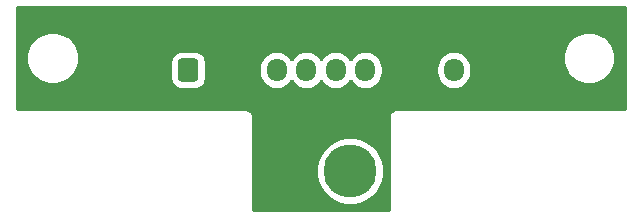
<source format=gbr>
%TF.GenerationSoftware,KiCad,Pcbnew,5.1.7-a382d34a8~88~ubuntu18.04.1*%
%TF.CreationDate,2021-01-07T11:27:00-05:00*%
%TF.ProjectId,DJI_to_xt30,444a495f-746f-45f7-9874-33302e6b6963,rev?*%
%TF.SameCoordinates,Original*%
%TF.FileFunction,Copper,L2,Bot*%
%TF.FilePolarity,Positive*%
%FSLAX46Y46*%
G04 Gerber Fmt 4.6, Leading zero omitted, Abs format (unit mm)*
G04 Created by KiCad (PCBNEW 5.1.7-a382d34a8~88~ubuntu18.04.1) date 2021-01-07 11:27:00*
%MOMM*%
%LPD*%
G01*
G04 APERTURE LIST*
%TA.AperFunction,ComponentPad*%
%ADD10C,4.500000*%
%TD*%
%TA.AperFunction,ComponentPad*%
%ADD11O,1.700000X1.950000*%
%TD*%
%TA.AperFunction,Conductor*%
%ADD12C,0.254000*%
%TD*%
%TA.AperFunction,Conductor*%
%ADD13C,0.100000*%
%TD*%
G04 APERTURE END LIST*
D10*
%TO.P,J2,1*%
%TO.N,GND*%
X23890000Y-14570000D03*
%TO.P,J2,2*%
%TO.N,+BATT*%
X28890000Y-14570000D03*
%TD*%
D11*
%TO.P,J1,10*%
%TO.N,Net-(J1-Pad10)*%
X37660500Y-6020000D03*
%TO.P,J1,9*%
%TO.N,GND*%
X35160500Y-6020000D03*
%TO.P,J1,8*%
X32660500Y-6020000D03*
%TO.P,J1,7*%
%TO.N,+BATT*%
X30160500Y-6020000D03*
%TO.P,J1,6*%
X27660500Y-6020000D03*
%TO.P,J1,5*%
X25160500Y-6020000D03*
%TO.P,J1,4*%
X22660500Y-6020000D03*
%TO.P,J1,3*%
%TO.N,GND*%
X20160500Y-6020000D03*
%TO.P,J1,2*%
X17660500Y-6020000D03*
%TO.P,J1,1*%
%TO.N,Net-(J1-Pad1)*%
%TA.AperFunction,ComponentPad*%
G36*
G01*
X14310500Y-6745000D02*
X14310500Y-5295000D01*
G75*
G02*
X14560500Y-5045000I250000J0D01*
G01*
X15760500Y-5045000D01*
G75*
G02*
X16010500Y-5295000I0J-250000D01*
G01*
X16010500Y-6745000D01*
G75*
G02*
X15760500Y-6995000I-250000J0D01*
G01*
X14560500Y-6995000D01*
G75*
G02*
X14310500Y-6745000I0J250000D01*
G01*
G37*
%TD.AperFunction*%
%TD*%
D12*
%TO.N,GND*%
X52140001Y-9340000D02*
X32832419Y-9340000D01*
X32800000Y-9336807D01*
X32767581Y-9340000D01*
X32670617Y-9349550D01*
X32546207Y-9387290D01*
X32431550Y-9448575D01*
X32331052Y-9531052D01*
X32248575Y-9631550D01*
X32187290Y-9746207D01*
X32149550Y-9870617D01*
X32136807Y-10000000D01*
X32140000Y-10032419D01*
X32140001Y-17900000D01*
X20660000Y-17900000D01*
X20660000Y-14285852D01*
X26005000Y-14285852D01*
X26005000Y-14854148D01*
X26115869Y-15411523D01*
X26333346Y-15936560D01*
X26649074Y-16409080D01*
X27050920Y-16810926D01*
X27523440Y-17126654D01*
X28048477Y-17344131D01*
X28605852Y-17455000D01*
X29174148Y-17455000D01*
X29731523Y-17344131D01*
X30256560Y-17126654D01*
X30729080Y-16810926D01*
X31130926Y-16409080D01*
X31446654Y-15936560D01*
X31664131Y-15411523D01*
X31775000Y-14854148D01*
X31775000Y-14285852D01*
X31664131Y-13728477D01*
X31446654Y-13203440D01*
X31130926Y-12730920D01*
X30729080Y-12329074D01*
X30256560Y-12013346D01*
X29731523Y-11795869D01*
X29174148Y-11685000D01*
X28605852Y-11685000D01*
X28048477Y-11795869D01*
X27523440Y-12013346D01*
X27050920Y-12329074D01*
X26649074Y-12730920D01*
X26333346Y-13203440D01*
X26115869Y-13728477D01*
X26005000Y-14285852D01*
X20660000Y-14285852D01*
X20660000Y-10032419D01*
X20663193Y-10000000D01*
X20650450Y-9870617D01*
X20612710Y-9746207D01*
X20551425Y-9631550D01*
X20468948Y-9531052D01*
X20368450Y-9448575D01*
X20253793Y-9387290D01*
X20129383Y-9349550D01*
X20032419Y-9340000D01*
X20000000Y-9336807D01*
X19967581Y-9340000D01*
X660000Y-9340000D01*
X660000Y-4779872D01*
X1465000Y-4779872D01*
X1465000Y-5220128D01*
X1550890Y-5651925D01*
X1719369Y-6058669D01*
X1963962Y-6424729D01*
X2275271Y-6736038D01*
X2641331Y-6980631D01*
X3048075Y-7149110D01*
X3479872Y-7235000D01*
X3920128Y-7235000D01*
X4351925Y-7149110D01*
X4758669Y-6980631D01*
X5124729Y-6736038D01*
X5436038Y-6424729D01*
X5680631Y-6058669D01*
X5849110Y-5651925D01*
X5920106Y-5295000D01*
X13672428Y-5295000D01*
X13672428Y-6745000D01*
X13689492Y-6918254D01*
X13740028Y-7084850D01*
X13822095Y-7238386D01*
X13932538Y-7372962D01*
X14067114Y-7483405D01*
X14220650Y-7565472D01*
X14387246Y-7616008D01*
X14560500Y-7633072D01*
X15760500Y-7633072D01*
X15933754Y-7616008D01*
X16100350Y-7565472D01*
X16253886Y-7483405D01*
X16388462Y-7372962D01*
X16498905Y-7238386D01*
X16580972Y-7084850D01*
X16631508Y-6918254D01*
X16648572Y-6745000D01*
X16648572Y-5822051D01*
X21175500Y-5822051D01*
X21175500Y-6217950D01*
X21196987Y-6436111D01*
X21281901Y-6716034D01*
X21419794Y-6974014D01*
X21605366Y-7200134D01*
X21831487Y-7385706D01*
X22089467Y-7523599D01*
X22369390Y-7608513D01*
X22660500Y-7637185D01*
X22951611Y-7608513D01*
X23231534Y-7523599D01*
X23489514Y-7385706D01*
X23715634Y-7200134D01*
X23901206Y-6974014D01*
X23910500Y-6956626D01*
X23919794Y-6974014D01*
X24105366Y-7200134D01*
X24331487Y-7385706D01*
X24589467Y-7523599D01*
X24869390Y-7608513D01*
X25160500Y-7637185D01*
X25451611Y-7608513D01*
X25731534Y-7523599D01*
X25989514Y-7385706D01*
X26215634Y-7200134D01*
X26401206Y-6974014D01*
X26410500Y-6956626D01*
X26419794Y-6974014D01*
X26605366Y-7200134D01*
X26831487Y-7385706D01*
X27089467Y-7523599D01*
X27369390Y-7608513D01*
X27660500Y-7637185D01*
X27951611Y-7608513D01*
X28231534Y-7523599D01*
X28489514Y-7385706D01*
X28715634Y-7200134D01*
X28901206Y-6974014D01*
X28910500Y-6956626D01*
X28919794Y-6974014D01*
X29105366Y-7200134D01*
X29331487Y-7385706D01*
X29589467Y-7523599D01*
X29869390Y-7608513D01*
X30160500Y-7637185D01*
X30451611Y-7608513D01*
X30731534Y-7523599D01*
X30989514Y-7385706D01*
X31215634Y-7200134D01*
X31401206Y-6974014D01*
X31539099Y-6716033D01*
X31624013Y-6436110D01*
X31645500Y-6217949D01*
X31645500Y-5822051D01*
X36175500Y-5822051D01*
X36175500Y-6217950D01*
X36196987Y-6436111D01*
X36281901Y-6716034D01*
X36419794Y-6974014D01*
X36605366Y-7200134D01*
X36831487Y-7385706D01*
X37089467Y-7523599D01*
X37369390Y-7608513D01*
X37660500Y-7637185D01*
X37951611Y-7608513D01*
X38231534Y-7523599D01*
X38489514Y-7385706D01*
X38715634Y-7200134D01*
X38901206Y-6974014D01*
X39039099Y-6716033D01*
X39124013Y-6436110D01*
X39145500Y-6217949D01*
X39145500Y-5822050D01*
X39124013Y-5603889D01*
X39039099Y-5323966D01*
X38901206Y-5065986D01*
X38715634Y-4839866D01*
X38642531Y-4779872D01*
X46865000Y-4779872D01*
X46865000Y-5220128D01*
X46950890Y-5651925D01*
X47119369Y-6058669D01*
X47363962Y-6424729D01*
X47675271Y-6736038D01*
X48041331Y-6980631D01*
X48448075Y-7149110D01*
X48879872Y-7235000D01*
X49320128Y-7235000D01*
X49751925Y-7149110D01*
X50158669Y-6980631D01*
X50524729Y-6736038D01*
X50836038Y-6424729D01*
X51080631Y-6058669D01*
X51249110Y-5651925D01*
X51335000Y-5220128D01*
X51335000Y-4779872D01*
X51249110Y-4348075D01*
X51080631Y-3941331D01*
X50836038Y-3575271D01*
X50524729Y-3263962D01*
X50158669Y-3019369D01*
X49751925Y-2850890D01*
X49320128Y-2765000D01*
X48879872Y-2765000D01*
X48448075Y-2850890D01*
X48041331Y-3019369D01*
X47675271Y-3263962D01*
X47363962Y-3575271D01*
X47119369Y-3941331D01*
X46950890Y-4348075D01*
X46865000Y-4779872D01*
X38642531Y-4779872D01*
X38489513Y-4654294D01*
X38231533Y-4516401D01*
X37951610Y-4431487D01*
X37660500Y-4402815D01*
X37369389Y-4431487D01*
X37089466Y-4516401D01*
X36831486Y-4654294D01*
X36605366Y-4839866D01*
X36419794Y-5065987D01*
X36281901Y-5323967D01*
X36196987Y-5603890D01*
X36175500Y-5822051D01*
X31645500Y-5822051D01*
X31645500Y-5822050D01*
X31624013Y-5603889D01*
X31539099Y-5323966D01*
X31401206Y-5065986D01*
X31215634Y-4839866D01*
X30989513Y-4654294D01*
X30731533Y-4516401D01*
X30451610Y-4431487D01*
X30160500Y-4402815D01*
X29869389Y-4431487D01*
X29589466Y-4516401D01*
X29331486Y-4654294D01*
X29105366Y-4839866D01*
X28919794Y-5065987D01*
X28910500Y-5083374D01*
X28901206Y-5065986D01*
X28715634Y-4839866D01*
X28489513Y-4654294D01*
X28231533Y-4516401D01*
X27951610Y-4431487D01*
X27660500Y-4402815D01*
X27369389Y-4431487D01*
X27089466Y-4516401D01*
X26831486Y-4654294D01*
X26605366Y-4839866D01*
X26419794Y-5065987D01*
X26410500Y-5083374D01*
X26401206Y-5065986D01*
X26215634Y-4839866D01*
X25989513Y-4654294D01*
X25731533Y-4516401D01*
X25451610Y-4431487D01*
X25160500Y-4402815D01*
X24869389Y-4431487D01*
X24589466Y-4516401D01*
X24331486Y-4654294D01*
X24105366Y-4839866D01*
X23919794Y-5065987D01*
X23910500Y-5083374D01*
X23901206Y-5065986D01*
X23715634Y-4839866D01*
X23489513Y-4654294D01*
X23231533Y-4516401D01*
X22951610Y-4431487D01*
X22660500Y-4402815D01*
X22369389Y-4431487D01*
X22089466Y-4516401D01*
X21831486Y-4654294D01*
X21605366Y-4839866D01*
X21419794Y-5065987D01*
X21281901Y-5323967D01*
X21196987Y-5603890D01*
X21175500Y-5822051D01*
X16648572Y-5822051D01*
X16648572Y-5295000D01*
X16631508Y-5121746D01*
X16580972Y-4955150D01*
X16498905Y-4801614D01*
X16388462Y-4667038D01*
X16253886Y-4556595D01*
X16100350Y-4474528D01*
X15933754Y-4423992D01*
X15760500Y-4406928D01*
X14560500Y-4406928D01*
X14387246Y-4423992D01*
X14220650Y-4474528D01*
X14067114Y-4556595D01*
X13932538Y-4667038D01*
X13822095Y-4801614D01*
X13740028Y-4955150D01*
X13689492Y-5121746D01*
X13672428Y-5295000D01*
X5920106Y-5295000D01*
X5935000Y-5220128D01*
X5935000Y-4779872D01*
X5849110Y-4348075D01*
X5680631Y-3941331D01*
X5436038Y-3575271D01*
X5124729Y-3263962D01*
X4758669Y-3019369D01*
X4351925Y-2850890D01*
X3920128Y-2765000D01*
X3479872Y-2765000D01*
X3048075Y-2850890D01*
X2641331Y-3019369D01*
X2275271Y-3263962D01*
X1963962Y-3575271D01*
X1719369Y-3941331D01*
X1550890Y-4348075D01*
X1465000Y-4779872D01*
X660000Y-4779872D01*
X660000Y-660000D01*
X52140000Y-660000D01*
X52140001Y-9340000D01*
%TA.AperFunction,Conductor*%
D13*
G36*
X52140001Y-9340000D02*
G01*
X32832419Y-9340000D01*
X32800000Y-9336807D01*
X32767581Y-9340000D01*
X32670617Y-9349550D01*
X32546207Y-9387290D01*
X32431550Y-9448575D01*
X32331052Y-9531052D01*
X32248575Y-9631550D01*
X32187290Y-9746207D01*
X32149550Y-9870617D01*
X32136807Y-10000000D01*
X32140000Y-10032419D01*
X32140001Y-17900000D01*
X20660000Y-17900000D01*
X20660000Y-14285852D01*
X26005000Y-14285852D01*
X26005000Y-14854148D01*
X26115869Y-15411523D01*
X26333346Y-15936560D01*
X26649074Y-16409080D01*
X27050920Y-16810926D01*
X27523440Y-17126654D01*
X28048477Y-17344131D01*
X28605852Y-17455000D01*
X29174148Y-17455000D01*
X29731523Y-17344131D01*
X30256560Y-17126654D01*
X30729080Y-16810926D01*
X31130926Y-16409080D01*
X31446654Y-15936560D01*
X31664131Y-15411523D01*
X31775000Y-14854148D01*
X31775000Y-14285852D01*
X31664131Y-13728477D01*
X31446654Y-13203440D01*
X31130926Y-12730920D01*
X30729080Y-12329074D01*
X30256560Y-12013346D01*
X29731523Y-11795869D01*
X29174148Y-11685000D01*
X28605852Y-11685000D01*
X28048477Y-11795869D01*
X27523440Y-12013346D01*
X27050920Y-12329074D01*
X26649074Y-12730920D01*
X26333346Y-13203440D01*
X26115869Y-13728477D01*
X26005000Y-14285852D01*
X20660000Y-14285852D01*
X20660000Y-10032419D01*
X20663193Y-10000000D01*
X20650450Y-9870617D01*
X20612710Y-9746207D01*
X20551425Y-9631550D01*
X20468948Y-9531052D01*
X20368450Y-9448575D01*
X20253793Y-9387290D01*
X20129383Y-9349550D01*
X20032419Y-9340000D01*
X20000000Y-9336807D01*
X19967581Y-9340000D01*
X660000Y-9340000D01*
X660000Y-4779872D01*
X1465000Y-4779872D01*
X1465000Y-5220128D01*
X1550890Y-5651925D01*
X1719369Y-6058669D01*
X1963962Y-6424729D01*
X2275271Y-6736038D01*
X2641331Y-6980631D01*
X3048075Y-7149110D01*
X3479872Y-7235000D01*
X3920128Y-7235000D01*
X4351925Y-7149110D01*
X4758669Y-6980631D01*
X5124729Y-6736038D01*
X5436038Y-6424729D01*
X5680631Y-6058669D01*
X5849110Y-5651925D01*
X5920106Y-5295000D01*
X13672428Y-5295000D01*
X13672428Y-6745000D01*
X13689492Y-6918254D01*
X13740028Y-7084850D01*
X13822095Y-7238386D01*
X13932538Y-7372962D01*
X14067114Y-7483405D01*
X14220650Y-7565472D01*
X14387246Y-7616008D01*
X14560500Y-7633072D01*
X15760500Y-7633072D01*
X15933754Y-7616008D01*
X16100350Y-7565472D01*
X16253886Y-7483405D01*
X16388462Y-7372962D01*
X16498905Y-7238386D01*
X16580972Y-7084850D01*
X16631508Y-6918254D01*
X16648572Y-6745000D01*
X16648572Y-5822051D01*
X21175500Y-5822051D01*
X21175500Y-6217950D01*
X21196987Y-6436111D01*
X21281901Y-6716034D01*
X21419794Y-6974014D01*
X21605366Y-7200134D01*
X21831487Y-7385706D01*
X22089467Y-7523599D01*
X22369390Y-7608513D01*
X22660500Y-7637185D01*
X22951611Y-7608513D01*
X23231534Y-7523599D01*
X23489514Y-7385706D01*
X23715634Y-7200134D01*
X23901206Y-6974014D01*
X23910500Y-6956626D01*
X23919794Y-6974014D01*
X24105366Y-7200134D01*
X24331487Y-7385706D01*
X24589467Y-7523599D01*
X24869390Y-7608513D01*
X25160500Y-7637185D01*
X25451611Y-7608513D01*
X25731534Y-7523599D01*
X25989514Y-7385706D01*
X26215634Y-7200134D01*
X26401206Y-6974014D01*
X26410500Y-6956626D01*
X26419794Y-6974014D01*
X26605366Y-7200134D01*
X26831487Y-7385706D01*
X27089467Y-7523599D01*
X27369390Y-7608513D01*
X27660500Y-7637185D01*
X27951611Y-7608513D01*
X28231534Y-7523599D01*
X28489514Y-7385706D01*
X28715634Y-7200134D01*
X28901206Y-6974014D01*
X28910500Y-6956626D01*
X28919794Y-6974014D01*
X29105366Y-7200134D01*
X29331487Y-7385706D01*
X29589467Y-7523599D01*
X29869390Y-7608513D01*
X30160500Y-7637185D01*
X30451611Y-7608513D01*
X30731534Y-7523599D01*
X30989514Y-7385706D01*
X31215634Y-7200134D01*
X31401206Y-6974014D01*
X31539099Y-6716033D01*
X31624013Y-6436110D01*
X31645500Y-6217949D01*
X31645500Y-5822051D01*
X36175500Y-5822051D01*
X36175500Y-6217950D01*
X36196987Y-6436111D01*
X36281901Y-6716034D01*
X36419794Y-6974014D01*
X36605366Y-7200134D01*
X36831487Y-7385706D01*
X37089467Y-7523599D01*
X37369390Y-7608513D01*
X37660500Y-7637185D01*
X37951611Y-7608513D01*
X38231534Y-7523599D01*
X38489514Y-7385706D01*
X38715634Y-7200134D01*
X38901206Y-6974014D01*
X39039099Y-6716033D01*
X39124013Y-6436110D01*
X39145500Y-6217949D01*
X39145500Y-5822050D01*
X39124013Y-5603889D01*
X39039099Y-5323966D01*
X38901206Y-5065986D01*
X38715634Y-4839866D01*
X38642531Y-4779872D01*
X46865000Y-4779872D01*
X46865000Y-5220128D01*
X46950890Y-5651925D01*
X47119369Y-6058669D01*
X47363962Y-6424729D01*
X47675271Y-6736038D01*
X48041331Y-6980631D01*
X48448075Y-7149110D01*
X48879872Y-7235000D01*
X49320128Y-7235000D01*
X49751925Y-7149110D01*
X50158669Y-6980631D01*
X50524729Y-6736038D01*
X50836038Y-6424729D01*
X51080631Y-6058669D01*
X51249110Y-5651925D01*
X51335000Y-5220128D01*
X51335000Y-4779872D01*
X51249110Y-4348075D01*
X51080631Y-3941331D01*
X50836038Y-3575271D01*
X50524729Y-3263962D01*
X50158669Y-3019369D01*
X49751925Y-2850890D01*
X49320128Y-2765000D01*
X48879872Y-2765000D01*
X48448075Y-2850890D01*
X48041331Y-3019369D01*
X47675271Y-3263962D01*
X47363962Y-3575271D01*
X47119369Y-3941331D01*
X46950890Y-4348075D01*
X46865000Y-4779872D01*
X38642531Y-4779872D01*
X38489513Y-4654294D01*
X38231533Y-4516401D01*
X37951610Y-4431487D01*
X37660500Y-4402815D01*
X37369389Y-4431487D01*
X37089466Y-4516401D01*
X36831486Y-4654294D01*
X36605366Y-4839866D01*
X36419794Y-5065987D01*
X36281901Y-5323967D01*
X36196987Y-5603890D01*
X36175500Y-5822051D01*
X31645500Y-5822051D01*
X31645500Y-5822050D01*
X31624013Y-5603889D01*
X31539099Y-5323966D01*
X31401206Y-5065986D01*
X31215634Y-4839866D01*
X30989513Y-4654294D01*
X30731533Y-4516401D01*
X30451610Y-4431487D01*
X30160500Y-4402815D01*
X29869389Y-4431487D01*
X29589466Y-4516401D01*
X29331486Y-4654294D01*
X29105366Y-4839866D01*
X28919794Y-5065987D01*
X28910500Y-5083374D01*
X28901206Y-5065986D01*
X28715634Y-4839866D01*
X28489513Y-4654294D01*
X28231533Y-4516401D01*
X27951610Y-4431487D01*
X27660500Y-4402815D01*
X27369389Y-4431487D01*
X27089466Y-4516401D01*
X26831486Y-4654294D01*
X26605366Y-4839866D01*
X26419794Y-5065987D01*
X26410500Y-5083374D01*
X26401206Y-5065986D01*
X26215634Y-4839866D01*
X25989513Y-4654294D01*
X25731533Y-4516401D01*
X25451610Y-4431487D01*
X25160500Y-4402815D01*
X24869389Y-4431487D01*
X24589466Y-4516401D01*
X24331486Y-4654294D01*
X24105366Y-4839866D01*
X23919794Y-5065987D01*
X23910500Y-5083374D01*
X23901206Y-5065986D01*
X23715634Y-4839866D01*
X23489513Y-4654294D01*
X23231533Y-4516401D01*
X22951610Y-4431487D01*
X22660500Y-4402815D01*
X22369389Y-4431487D01*
X22089466Y-4516401D01*
X21831486Y-4654294D01*
X21605366Y-4839866D01*
X21419794Y-5065987D01*
X21281901Y-5323967D01*
X21196987Y-5603890D01*
X21175500Y-5822051D01*
X16648572Y-5822051D01*
X16648572Y-5295000D01*
X16631508Y-5121746D01*
X16580972Y-4955150D01*
X16498905Y-4801614D01*
X16388462Y-4667038D01*
X16253886Y-4556595D01*
X16100350Y-4474528D01*
X15933754Y-4423992D01*
X15760500Y-4406928D01*
X14560500Y-4406928D01*
X14387246Y-4423992D01*
X14220650Y-4474528D01*
X14067114Y-4556595D01*
X13932538Y-4667038D01*
X13822095Y-4801614D01*
X13740028Y-4955150D01*
X13689492Y-5121746D01*
X13672428Y-5295000D01*
X5920106Y-5295000D01*
X5935000Y-5220128D01*
X5935000Y-4779872D01*
X5849110Y-4348075D01*
X5680631Y-3941331D01*
X5436038Y-3575271D01*
X5124729Y-3263962D01*
X4758669Y-3019369D01*
X4351925Y-2850890D01*
X3920128Y-2765000D01*
X3479872Y-2765000D01*
X3048075Y-2850890D01*
X2641331Y-3019369D01*
X2275271Y-3263962D01*
X1963962Y-3575271D01*
X1719369Y-3941331D01*
X1550890Y-4348075D01*
X1465000Y-4779872D01*
X660000Y-4779872D01*
X660000Y-660000D01*
X52140000Y-660000D01*
X52140001Y-9340000D01*
G37*
%TD.AperFunction*%
%TD*%
M02*

</source>
